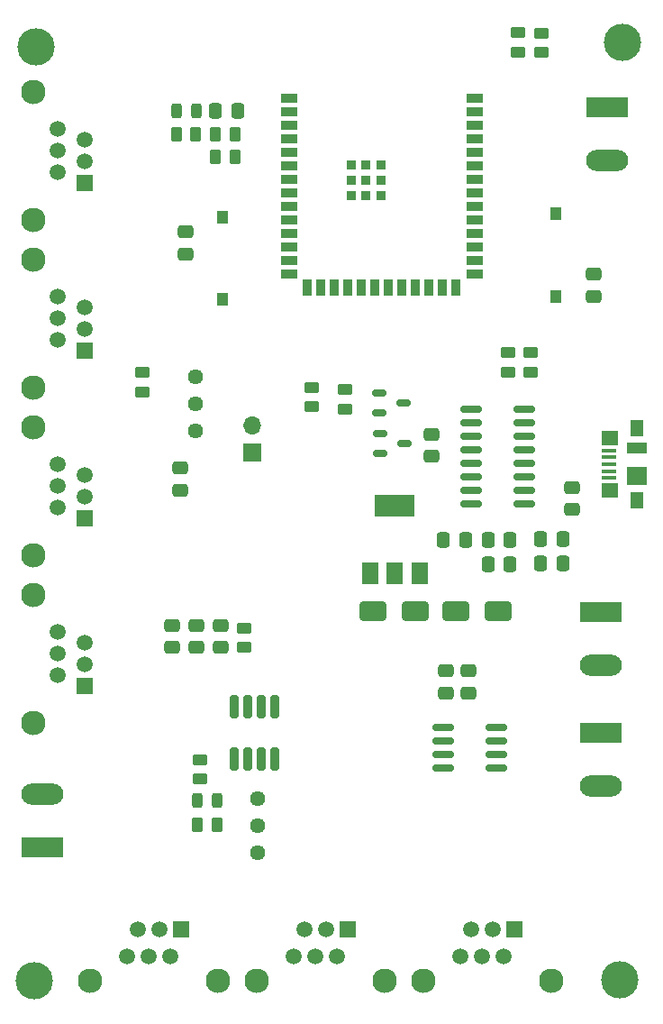
<source format=gbr>
%TF.GenerationSoftware,KiCad,Pcbnew,7.0.6*%
%TF.CreationDate,2024-05-05T09:17:33-05:00*%
%TF.ProjectId,BOARD_ESP32_S3,424f4152-445f-4455-9350-33325f53332e,rev?*%
%TF.SameCoordinates,Original*%
%TF.FileFunction,Soldermask,Top*%
%TF.FilePolarity,Negative*%
%FSLAX46Y46*%
G04 Gerber Fmt 4.6, Leading zero omitted, Abs format (unit mm)*
G04 Created by KiCad (PCBNEW 7.0.6) date 2024-05-05 09:17:33*
%MOMM*%
%LPD*%
G01*
G04 APERTURE LIST*
G04 Aperture macros list*
%AMRoundRect*
0 Rectangle with rounded corners*
0 $1 Rounding radius*
0 $2 $3 $4 $5 $6 $7 $8 $9 X,Y pos of 4 corners*
0 Add a 4 corners polygon primitive as box body*
4,1,4,$2,$3,$4,$5,$6,$7,$8,$9,$2,$3,0*
0 Add four circle primitives for the rounded corners*
1,1,$1+$1,$2,$3*
1,1,$1+$1,$4,$5*
1,1,$1+$1,$6,$7*
1,1,$1+$1,$8,$9*
0 Add four rect primitives between the rounded corners*
20,1,$1+$1,$2,$3,$4,$5,0*
20,1,$1+$1,$4,$5,$6,$7,0*
20,1,$1+$1,$6,$7,$8,$9,0*
20,1,$1+$1,$8,$9,$2,$3,0*%
G04 Aperture macros list end*
%ADD10R,1.500000X2.000000*%
%ADD11R,3.800000X2.000000*%
%ADD12RoundRect,0.243750X0.243750X0.456250X-0.243750X0.456250X-0.243750X-0.456250X0.243750X-0.456250X0*%
%ADD13RoundRect,0.250000X-1.000000X-0.650000X1.000000X-0.650000X1.000000X0.650000X-1.000000X0.650000X0*%
%ADD14RoundRect,0.243750X-0.243750X-0.456250X0.243750X-0.456250X0.243750X0.456250X-0.243750X0.456250X0*%
%ADD15RoundRect,0.250000X0.450000X-0.262500X0.450000X0.262500X-0.450000X0.262500X-0.450000X-0.262500X0*%
%ADD16C,3.500000*%
%ADD17RoundRect,0.144000X0.258000X-0.943000X0.258000X0.943000X-0.258000X0.943000X-0.258000X-0.943000X0*%
%ADD18C,2.300000*%
%ADD19R,1.520000X1.520000*%
%ADD20C,1.520000*%
%ADD21RoundRect,0.250000X-0.475000X0.337500X-0.475000X-0.337500X0.475000X-0.337500X0.475000X0.337500X0*%
%ADD22RoundRect,0.250000X-0.450000X0.262500X-0.450000X-0.262500X0.450000X-0.262500X0.450000X0.262500X0*%
%ADD23R,1.500000X0.900000*%
%ADD24R,0.900000X1.500000*%
%ADD25R,0.900000X0.900000*%
%ADD26RoundRect,0.250000X0.337500X0.475000X-0.337500X0.475000X-0.337500X-0.475000X0.337500X-0.475000X0*%
%ADD27RoundRect,0.150000X-0.512500X-0.150000X0.512500X-0.150000X0.512500X0.150000X-0.512500X0.150000X0*%
%ADD28R,1.000000X1.250000*%
%ADD29R,1.380000X0.450000*%
%ADD30R,1.300000X1.650000*%
%ADD31R,1.550000X1.425000*%
%ADD32R,1.900000X1.800000*%
%ADD33R,1.900000X1.000000*%
%ADD34RoundRect,0.250000X0.475000X-0.337500X0.475000X0.337500X-0.475000X0.337500X-0.475000X-0.337500X0*%
%ADD35R,3.960000X1.980000*%
%ADD36O,3.960000X1.980000*%
%ADD37RoundRect,0.150000X0.825000X0.150000X-0.825000X0.150000X-0.825000X-0.150000X0.825000X-0.150000X0*%
%ADD38R,1.700000X1.700000*%
%ADD39O,1.700000X1.700000*%
%ADD40RoundRect,0.250000X0.262500X0.450000X-0.262500X0.450000X-0.262500X-0.450000X0.262500X-0.450000X0*%
%ADD41RoundRect,0.250000X-0.262500X-0.450000X0.262500X-0.450000X0.262500X0.450000X-0.262500X0.450000X0*%
%ADD42C,1.440000*%
%ADD43RoundRect,0.250000X-0.337500X-0.475000X0.337500X-0.475000X0.337500X0.475000X-0.337500X0.475000X0*%
G04 APERTURE END LIST*
D10*
%TO.C,U3*%
X171817000Y-85928600D03*
X174117000Y-85928600D03*
D11*
X174117000Y-79628600D03*
D10*
X176417000Y-85928600D03*
%TD*%
D12*
%TO.C,D4*%
X157424600Y-107315000D03*
X155549600Y-107315000D03*
%TD*%
D13*
%TO.C,D2*%
X179813200Y-89535000D03*
X183813200Y-89535000D03*
%TD*%
D14*
%TO.C,D3*%
X153596100Y-42519600D03*
X155471100Y-42519600D03*
%TD*%
D15*
%TO.C,R10*%
X150393400Y-68882900D03*
X150393400Y-67057900D03*
%TD*%
D16*
%TO.C,GND*%
X195224400Y-124104400D03*
%TD*%
%TO.C,GND*%
X140233400Y-124231400D03*
%TD*%
D17*
%TO.C,U6*%
X159004000Y-103378000D03*
X160274000Y-103378000D03*
X161544000Y-103378000D03*
X162814000Y-103378000D03*
X162814000Y-98438000D03*
X161544000Y-98438000D03*
X160274000Y-98438000D03*
X159004000Y-98438000D03*
%TD*%
D18*
%TO.C,PLUVIOMETER1*%
X140092400Y-88011400D03*
X140092400Y-100011400D03*
D19*
X144932400Y-96561400D03*
D20*
X142392400Y-95541400D03*
X144932400Y-94521400D03*
X142392400Y-93501400D03*
X144932400Y-92481400D03*
X142392400Y-91461400D03*
%TD*%
D21*
%TO.C,C6*%
X192786000Y-57869000D03*
X192786000Y-59944000D03*
%TD*%
%TO.C,C16*%
X157734000Y-90808900D03*
X157734000Y-92883900D03*
%TD*%
D18*
%TO.C,TEMP_5CM*%
X145505400Y-124231400D03*
X157505400Y-124231400D03*
D19*
X154055400Y-119391400D03*
D20*
X153035400Y-121931400D03*
X152015400Y-119391400D03*
X150995400Y-121931400D03*
X149975400Y-119391400D03*
X148955400Y-121931400D03*
%TD*%
D22*
%TO.C,R13*%
X159918400Y-91088200D03*
X159918400Y-92913200D03*
%TD*%
D15*
%TO.C,R14*%
X155803600Y-105257600D03*
X155803600Y-103432600D03*
%TD*%
D23*
%TO.C,U1*%
X164147800Y-41302200D03*
X164147800Y-42572200D03*
X164147800Y-43842200D03*
X164147800Y-45112200D03*
X164147800Y-46382200D03*
X164147800Y-47652200D03*
X164147800Y-48922200D03*
X164147800Y-50192200D03*
X164147800Y-51462200D03*
X164147800Y-52732200D03*
X164147800Y-54002200D03*
X164147800Y-55272200D03*
X164147800Y-56542200D03*
X164147800Y-57812200D03*
D24*
X165912800Y-59062200D03*
X167182800Y-59062200D03*
X168452800Y-59062200D03*
X169722800Y-59062200D03*
X170992800Y-59062200D03*
X172262800Y-59062200D03*
X173532800Y-59062200D03*
X174802800Y-59062200D03*
X176072800Y-59062200D03*
X177342800Y-59062200D03*
X178612800Y-59062200D03*
X179882800Y-59062200D03*
D23*
X181647800Y-57812200D03*
X181647800Y-56542200D03*
X181647800Y-55272200D03*
X181647800Y-54002200D03*
X181647800Y-52732200D03*
X181647800Y-51462200D03*
X181647800Y-50192200D03*
X181647800Y-48922200D03*
X181647800Y-47652200D03*
X181647800Y-46382200D03*
X181647800Y-45112200D03*
X181647800Y-43842200D03*
X181647800Y-42572200D03*
X181647800Y-41302200D03*
D25*
X169997800Y-47622200D03*
X169997800Y-49022200D03*
X169997800Y-50422200D03*
X169997800Y-50422200D03*
X171397800Y-47622200D03*
X171397800Y-47622200D03*
X171397800Y-49022200D03*
X171397800Y-50422200D03*
X172797800Y-47622200D03*
X172797800Y-49022200D03*
X172797800Y-50422200D03*
%TD*%
D26*
%TO.C,C8*%
X159312700Y-42545000D03*
X157237700Y-42545000D03*
%TD*%
D15*
%TO.C,R2*%
X186842400Y-67028700D03*
X186842400Y-65203700D03*
%TD*%
D27*
%TO.C,Q1*%
X172700100Y-72786200D03*
X172700100Y-74686200D03*
X174975100Y-73736200D03*
%TD*%
D28*
%TO.C,RESET1*%
X157886400Y-60212200D03*
X157886400Y-52462200D03*
%TD*%
D22*
%TO.C,R4*%
X169468800Y-68683500D03*
X169468800Y-70508500D03*
%TD*%
D21*
%TO.C,C15*%
X155498800Y-90808900D03*
X155498800Y-92883900D03*
%TD*%
D29*
%TO.C,USB*%
X194208400Y-76987400D03*
X194208400Y-76337400D03*
X194208400Y-75687400D03*
X194208400Y-75037400D03*
X194208400Y-74387400D03*
D30*
X196868400Y-79062400D03*
D31*
X194293400Y-78174900D03*
D32*
X196868400Y-76837400D03*
D33*
X196868400Y-74137400D03*
D31*
X194293400Y-73199900D03*
D30*
X196868400Y-72312400D03*
%TD*%
D16*
%TO.C,GND*%
X140360400Y-36474400D03*
%TD*%
D18*
%TO.C,BUS_I2C1*%
X140114400Y-56509400D03*
X140114400Y-68509400D03*
D19*
X144954400Y-65059400D03*
D20*
X142414400Y-64039400D03*
X144954400Y-63019400D03*
X142414400Y-61999400D03*
X144954400Y-60979400D03*
X142414400Y-59959400D03*
%TD*%
D34*
%TO.C,C7*%
X177546000Y-74951500D03*
X177546000Y-72876500D03*
%TD*%
D28*
%TO.C,BOOT1*%
X189230000Y-52194000D03*
X189230000Y-59944000D03*
%TD*%
D21*
%TO.C,C11*%
X153949400Y-76055400D03*
X153949400Y-78130400D03*
%TD*%
D18*
%TO.C,TEMP_10CM*%
X161126400Y-124231400D03*
X173126400Y-124231400D03*
D19*
X169676400Y-119391400D03*
D20*
X168656400Y-121931400D03*
X167636400Y-119391400D03*
X166616400Y-121931400D03*
X165596400Y-119391400D03*
X164576400Y-121931400D03*
%TD*%
D15*
%TO.C,R5*%
X166293800Y-70305300D03*
X166293800Y-68480300D03*
%TD*%
D35*
%TO.C,VBAT*%
X194056000Y-42193000D03*
D36*
X194056000Y-47193000D03*
%TD*%
D18*
%TO.C,W_SPEED/W_DIR1*%
X140092400Y-72247400D03*
X140092400Y-84247400D03*
D19*
X144932400Y-80797400D03*
D20*
X142392400Y-79777400D03*
X144932400Y-78757400D03*
X142392400Y-77737400D03*
X144932400Y-76717400D03*
X142392400Y-75697400D03*
%TD*%
D22*
%TO.C,R12*%
X185724800Y-35155500D03*
X185724800Y-36980500D03*
%TD*%
D37*
%TO.C,U2*%
X186244000Y-79451200D03*
X186244000Y-78181200D03*
X186244000Y-76911200D03*
X186244000Y-75641200D03*
X186244000Y-74371200D03*
X186244000Y-73101200D03*
X186244000Y-71831200D03*
X186244000Y-70561200D03*
X181294000Y-70561200D03*
X181294000Y-71831200D03*
X181294000Y-73101200D03*
X181294000Y-74371200D03*
X181294000Y-75641200D03*
X181294000Y-76911200D03*
X181294000Y-78181200D03*
X181294000Y-79451200D03*
%TD*%
D26*
%TO.C,C4*%
X184958900Y-82829400D03*
X182883900Y-82829400D03*
%TD*%
D38*
%TO.C,J3*%
X160680400Y-74574400D03*
D39*
X160680400Y-72034400D03*
%TD*%
D34*
%TO.C,C13*%
X178917600Y-97176500D03*
X178917600Y-95101500D03*
%TD*%
D21*
%TO.C,C14*%
X181000400Y-95101500D03*
X181000400Y-97176500D03*
%TD*%
D40*
%TO.C,R7*%
X159060700Y-46837600D03*
X157235700Y-46837600D03*
%TD*%
D41*
%TO.C,R15*%
X155549600Y-109550200D03*
X157374600Y-109550200D03*
%TD*%
D27*
%TO.C,Q2*%
X172674700Y-69001600D03*
X172674700Y-70901600D03*
X174949700Y-69951600D03*
%TD*%
D40*
%TO.C,R3*%
X155395300Y-44704000D03*
X153570300Y-44704000D03*
%TD*%
D26*
%TO.C,C3*%
X189911900Y-84988400D03*
X187836900Y-84988400D03*
%TD*%
D42*
%TO.C,RV1*%
X155346400Y-72557400D03*
X155346400Y-70017400D03*
X155346400Y-67477400D03*
%TD*%
D15*
%TO.C,R1*%
X184785000Y-67028700D03*
X184785000Y-65203700D03*
%TD*%
D41*
%TO.C,R6*%
X157261100Y-44729400D03*
X159086100Y-44729400D03*
%TD*%
D21*
%TO.C,C12*%
X153187400Y-90830400D03*
X153187400Y-92905400D03*
%TD*%
D13*
%TO.C,D1*%
X172022000Y-89535000D03*
X176022000Y-89535000D03*
%TD*%
D16*
%TO.C,GND*%
X195478400Y-36093400D03*
%TD*%
D42*
%TO.C,RV2*%
X161188400Y-112166400D03*
X161188400Y-109626400D03*
X161188400Y-107086400D03*
%TD*%
D43*
%TO.C,C9*%
X178692900Y-82829400D03*
X180767900Y-82829400D03*
%TD*%
D15*
%TO.C,R11*%
X187858400Y-37031300D03*
X187858400Y-35206300D03*
%TD*%
D26*
%TO.C,C2*%
X189890400Y-82753200D03*
X187815400Y-82753200D03*
%TD*%
D34*
%TO.C,C1*%
X190779400Y-79929900D03*
X190779400Y-77854900D03*
%TD*%
D37*
%TO.C,U5*%
X183627800Y-104241600D03*
X183627800Y-102971600D03*
X183627800Y-101701600D03*
X183627800Y-100431600D03*
X178677800Y-100431600D03*
X178677800Y-101701600D03*
X178677800Y-102971600D03*
X178677800Y-104241600D03*
%TD*%
D18*
%TO.C,TEMP_15CM*%
X176778400Y-124223400D03*
X188778400Y-124223400D03*
D19*
X185328400Y-119383400D03*
D20*
X184308400Y-121923400D03*
X183288400Y-119383400D03*
X182268400Y-121923400D03*
X181248400Y-119383400D03*
X180228400Y-121923400D03*
%TD*%
D35*
%TO.C,J4*%
X193446400Y-100943200D03*
D36*
X193446400Y-105943200D03*
%TD*%
%TO.C,J5*%
X141020800Y-106658400D03*
D35*
X141020800Y-111658400D03*
%TD*%
D18*
%TO.C,EXTERNAL_I2C1*%
X140092400Y-40755400D03*
X140092400Y-52755400D03*
D19*
X144932400Y-49305400D03*
D20*
X142392400Y-48285400D03*
X144932400Y-47265400D03*
X142392400Y-46245400D03*
X144932400Y-45225400D03*
X142392400Y-44205400D03*
%TD*%
D26*
%TO.C,C5*%
X184958900Y-85115400D03*
X182883900Y-85115400D03*
%TD*%
D36*
%TO.C,J1*%
X193446400Y-94614800D03*
D35*
X193446400Y-89614800D03*
%TD*%
D34*
%TO.C,C10*%
X154482800Y-55926900D03*
X154482800Y-53851900D03*
%TD*%
M02*

</source>
